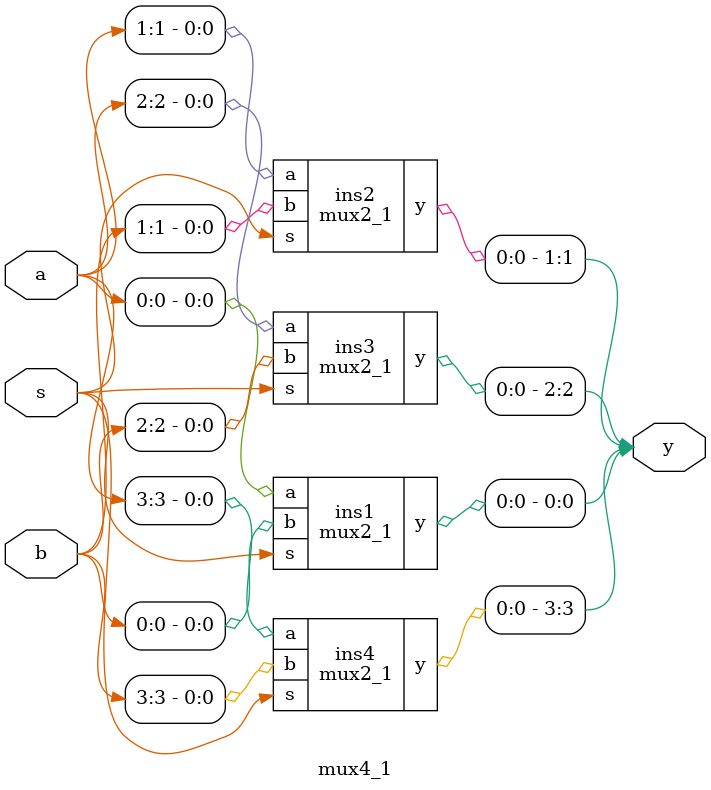
<source format=v>
module mux2_1
(
	input a,b,s,
	output y

);

assign y = (~s & a) | (s & b) ; 

endmodule 

module mux4_1 

(
	input [3:0] a,b,
	input s, 
	output [3:0] y
);

mux2_1 ins1 (a[0],b[0],s,y[0]);
mux2_1 ins2(a[1],b[1],s,y[1]);
mux2_1 ins3 (a[2],b[2],s,y[2]);
mux2_1 ins4 (a[3],b[3],s,y[3]);

endmodule 
</source>
